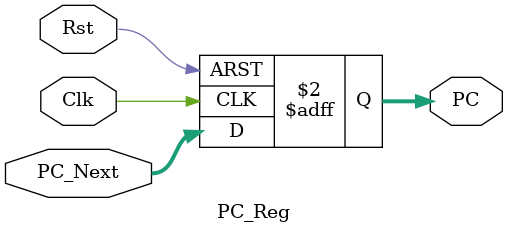
<source format=v>

module PC_Reg(PC_Next,
              Clk,
              Rst,
              PC);
              
  input [9:0] PC_Next;
  input Clk,Rst;
  output reg [9:0] PC;           

    always@(posedge Clk , posedge Rst  ) begin
      if(Rst)
        PC <= 10'b0;
      else
        PC <= PC_Next;
        
    end
    
  endmodule
        
</source>
